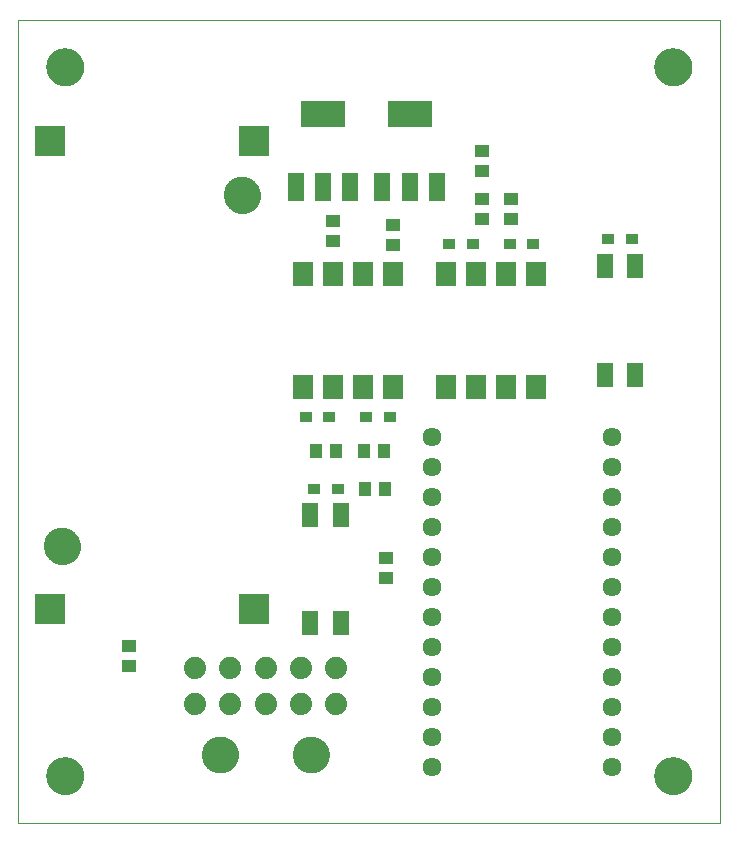
<source format=gts>
G75*
%MOIN*%
%OFA0B0*%
%FSLAX25Y25*%
%IPPOS*%
%LPD*%
%AMOC8*
5,1,8,0,0,1.08239X$1,22.5*
%
%ADD10C,0.00000*%
%ADD11C,0.12605*%
%ADD12R,0.04337X0.03550*%
%ADD13R,0.05200X0.09200*%
%ADD14R,0.14573X0.09061*%
%ADD15C,0.07400*%
%ADD16C,0.12211*%
%ADD17R,0.10243X0.10243*%
%ADD18C,0.06337*%
%ADD19R,0.05518X0.08274*%
%ADD20R,0.04731X0.04337*%
%ADD21R,0.06699X0.08274*%
%ADD22R,0.04337X0.04731*%
D10*
X0001500Y0001500D02*
X0001500Y0269217D01*
X0235752Y0269217D01*
X0235752Y0001500D01*
X0001500Y0001500D01*
X0011146Y0017248D02*
X0011148Y0017404D01*
X0011154Y0017560D01*
X0011164Y0017715D01*
X0011178Y0017870D01*
X0011196Y0018025D01*
X0011218Y0018179D01*
X0011243Y0018333D01*
X0011273Y0018486D01*
X0011307Y0018638D01*
X0011344Y0018790D01*
X0011385Y0018940D01*
X0011430Y0019089D01*
X0011479Y0019237D01*
X0011532Y0019384D01*
X0011588Y0019529D01*
X0011648Y0019673D01*
X0011712Y0019815D01*
X0011780Y0019956D01*
X0011851Y0020094D01*
X0011925Y0020231D01*
X0012003Y0020366D01*
X0012084Y0020499D01*
X0012169Y0020630D01*
X0012257Y0020759D01*
X0012348Y0020885D01*
X0012443Y0021009D01*
X0012540Y0021130D01*
X0012641Y0021249D01*
X0012745Y0021366D01*
X0012851Y0021479D01*
X0012961Y0021590D01*
X0013073Y0021698D01*
X0013188Y0021803D01*
X0013306Y0021906D01*
X0013426Y0022005D01*
X0013549Y0022101D01*
X0013674Y0022194D01*
X0013801Y0022283D01*
X0013931Y0022370D01*
X0014063Y0022453D01*
X0014197Y0022532D01*
X0014333Y0022609D01*
X0014471Y0022681D01*
X0014610Y0022751D01*
X0014752Y0022816D01*
X0014895Y0022878D01*
X0015039Y0022936D01*
X0015185Y0022991D01*
X0015333Y0023042D01*
X0015481Y0023089D01*
X0015631Y0023132D01*
X0015782Y0023171D01*
X0015934Y0023207D01*
X0016086Y0023238D01*
X0016240Y0023266D01*
X0016394Y0023290D01*
X0016548Y0023310D01*
X0016703Y0023326D01*
X0016859Y0023338D01*
X0017014Y0023346D01*
X0017170Y0023350D01*
X0017326Y0023350D01*
X0017482Y0023346D01*
X0017637Y0023338D01*
X0017793Y0023326D01*
X0017948Y0023310D01*
X0018102Y0023290D01*
X0018256Y0023266D01*
X0018410Y0023238D01*
X0018562Y0023207D01*
X0018714Y0023171D01*
X0018865Y0023132D01*
X0019015Y0023089D01*
X0019163Y0023042D01*
X0019311Y0022991D01*
X0019457Y0022936D01*
X0019601Y0022878D01*
X0019744Y0022816D01*
X0019886Y0022751D01*
X0020025Y0022681D01*
X0020163Y0022609D01*
X0020299Y0022532D01*
X0020433Y0022453D01*
X0020565Y0022370D01*
X0020695Y0022283D01*
X0020822Y0022194D01*
X0020947Y0022101D01*
X0021070Y0022005D01*
X0021190Y0021906D01*
X0021308Y0021803D01*
X0021423Y0021698D01*
X0021535Y0021590D01*
X0021645Y0021479D01*
X0021751Y0021366D01*
X0021855Y0021249D01*
X0021956Y0021130D01*
X0022053Y0021009D01*
X0022148Y0020885D01*
X0022239Y0020759D01*
X0022327Y0020630D01*
X0022412Y0020499D01*
X0022493Y0020366D01*
X0022571Y0020231D01*
X0022645Y0020094D01*
X0022716Y0019956D01*
X0022784Y0019815D01*
X0022848Y0019673D01*
X0022908Y0019529D01*
X0022964Y0019384D01*
X0023017Y0019237D01*
X0023066Y0019089D01*
X0023111Y0018940D01*
X0023152Y0018790D01*
X0023189Y0018638D01*
X0023223Y0018486D01*
X0023253Y0018333D01*
X0023278Y0018179D01*
X0023300Y0018025D01*
X0023318Y0017870D01*
X0023332Y0017715D01*
X0023342Y0017560D01*
X0023348Y0017404D01*
X0023350Y0017248D01*
X0023348Y0017092D01*
X0023342Y0016936D01*
X0023332Y0016781D01*
X0023318Y0016626D01*
X0023300Y0016471D01*
X0023278Y0016317D01*
X0023253Y0016163D01*
X0023223Y0016010D01*
X0023189Y0015858D01*
X0023152Y0015706D01*
X0023111Y0015556D01*
X0023066Y0015407D01*
X0023017Y0015259D01*
X0022964Y0015112D01*
X0022908Y0014967D01*
X0022848Y0014823D01*
X0022784Y0014681D01*
X0022716Y0014540D01*
X0022645Y0014402D01*
X0022571Y0014265D01*
X0022493Y0014130D01*
X0022412Y0013997D01*
X0022327Y0013866D01*
X0022239Y0013737D01*
X0022148Y0013611D01*
X0022053Y0013487D01*
X0021956Y0013366D01*
X0021855Y0013247D01*
X0021751Y0013130D01*
X0021645Y0013017D01*
X0021535Y0012906D01*
X0021423Y0012798D01*
X0021308Y0012693D01*
X0021190Y0012590D01*
X0021070Y0012491D01*
X0020947Y0012395D01*
X0020822Y0012302D01*
X0020695Y0012213D01*
X0020565Y0012126D01*
X0020433Y0012043D01*
X0020299Y0011964D01*
X0020163Y0011887D01*
X0020025Y0011815D01*
X0019886Y0011745D01*
X0019744Y0011680D01*
X0019601Y0011618D01*
X0019457Y0011560D01*
X0019311Y0011505D01*
X0019163Y0011454D01*
X0019015Y0011407D01*
X0018865Y0011364D01*
X0018714Y0011325D01*
X0018562Y0011289D01*
X0018410Y0011258D01*
X0018256Y0011230D01*
X0018102Y0011206D01*
X0017948Y0011186D01*
X0017793Y0011170D01*
X0017637Y0011158D01*
X0017482Y0011150D01*
X0017326Y0011146D01*
X0017170Y0011146D01*
X0017014Y0011150D01*
X0016859Y0011158D01*
X0016703Y0011170D01*
X0016548Y0011186D01*
X0016394Y0011206D01*
X0016240Y0011230D01*
X0016086Y0011258D01*
X0015934Y0011289D01*
X0015782Y0011325D01*
X0015631Y0011364D01*
X0015481Y0011407D01*
X0015333Y0011454D01*
X0015185Y0011505D01*
X0015039Y0011560D01*
X0014895Y0011618D01*
X0014752Y0011680D01*
X0014610Y0011745D01*
X0014471Y0011815D01*
X0014333Y0011887D01*
X0014197Y0011964D01*
X0014063Y0012043D01*
X0013931Y0012126D01*
X0013801Y0012213D01*
X0013674Y0012302D01*
X0013549Y0012395D01*
X0013426Y0012491D01*
X0013306Y0012590D01*
X0013188Y0012693D01*
X0013073Y0012798D01*
X0012961Y0012906D01*
X0012851Y0013017D01*
X0012745Y0013130D01*
X0012641Y0013247D01*
X0012540Y0013366D01*
X0012443Y0013487D01*
X0012348Y0013611D01*
X0012257Y0013737D01*
X0012169Y0013866D01*
X0012084Y0013997D01*
X0012003Y0014130D01*
X0011925Y0014265D01*
X0011851Y0014402D01*
X0011780Y0014540D01*
X0011712Y0014681D01*
X0011648Y0014823D01*
X0011588Y0014967D01*
X0011532Y0015112D01*
X0011479Y0015259D01*
X0011430Y0015407D01*
X0011385Y0015556D01*
X0011344Y0015706D01*
X0011307Y0015858D01*
X0011273Y0016010D01*
X0011243Y0016163D01*
X0011218Y0016317D01*
X0011196Y0016471D01*
X0011178Y0016626D01*
X0011164Y0016781D01*
X0011154Y0016936D01*
X0011148Y0017092D01*
X0011146Y0017248D01*
X0063153Y0024256D02*
X0063155Y0024409D01*
X0063161Y0024563D01*
X0063171Y0024716D01*
X0063185Y0024868D01*
X0063203Y0025021D01*
X0063225Y0025172D01*
X0063250Y0025323D01*
X0063280Y0025474D01*
X0063314Y0025624D01*
X0063351Y0025772D01*
X0063392Y0025920D01*
X0063437Y0026066D01*
X0063486Y0026212D01*
X0063539Y0026356D01*
X0063595Y0026498D01*
X0063655Y0026639D01*
X0063719Y0026779D01*
X0063786Y0026917D01*
X0063857Y0027053D01*
X0063932Y0027187D01*
X0064009Y0027319D01*
X0064091Y0027449D01*
X0064175Y0027577D01*
X0064263Y0027703D01*
X0064354Y0027826D01*
X0064448Y0027947D01*
X0064546Y0028065D01*
X0064646Y0028181D01*
X0064750Y0028294D01*
X0064856Y0028405D01*
X0064965Y0028513D01*
X0065077Y0028618D01*
X0065191Y0028719D01*
X0065309Y0028818D01*
X0065428Y0028914D01*
X0065550Y0029007D01*
X0065675Y0029096D01*
X0065802Y0029183D01*
X0065931Y0029265D01*
X0066062Y0029345D01*
X0066195Y0029421D01*
X0066330Y0029494D01*
X0066467Y0029563D01*
X0066606Y0029628D01*
X0066746Y0029690D01*
X0066888Y0029748D01*
X0067031Y0029803D01*
X0067176Y0029854D01*
X0067322Y0029901D01*
X0067469Y0029944D01*
X0067617Y0029983D01*
X0067766Y0030019D01*
X0067916Y0030050D01*
X0068067Y0030078D01*
X0068218Y0030102D01*
X0068371Y0030122D01*
X0068523Y0030138D01*
X0068676Y0030150D01*
X0068829Y0030158D01*
X0068982Y0030162D01*
X0069136Y0030162D01*
X0069289Y0030158D01*
X0069442Y0030150D01*
X0069595Y0030138D01*
X0069747Y0030122D01*
X0069900Y0030102D01*
X0070051Y0030078D01*
X0070202Y0030050D01*
X0070352Y0030019D01*
X0070501Y0029983D01*
X0070649Y0029944D01*
X0070796Y0029901D01*
X0070942Y0029854D01*
X0071087Y0029803D01*
X0071230Y0029748D01*
X0071372Y0029690D01*
X0071512Y0029628D01*
X0071651Y0029563D01*
X0071788Y0029494D01*
X0071923Y0029421D01*
X0072056Y0029345D01*
X0072187Y0029265D01*
X0072316Y0029183D01*
X0072443Y0029096D01*
X0072568Y0029007D01*
X0072690Y0028914D01*
X0072809Y0028818D01*
X0072927Y0028719D01*
X0073041Y0028618D01*
X0073153Y0028513D01*
X0073262Y0028405D01*
X0073368Y0028294D01*
X0073472Y0028181D01*
X0073572Y0028065D01*
X0073670Y0027947D01*
X0073764Y0027826D01*
X0073855Y0027703D01*
X0073943Y0027577D01*
X0074027Y0027449D01*
X0074109Y0027319D01*
X0074186Y0027187D01*
X0074261Y0027053D01*
X0074332Y0026917D01*
X0074399Y0026779D01*
X0074463Y0026639D01*
X0074523Y0026498D01*
X0074579Y0026356D01*
X0074632Y0026212D01*
X0074681Y0026066D01*
X0074726Y0025920D01*
X0074767Y0025772D01*
X0074804Y0025624D01*
X0074838Y0025474D01*
X0074868Y0025323D01*
X0074893Y0025172D01*
X0074915Y0025021D01*
X0074933Y0024868D01*
X0074947Y0024716D01*
X0074957Y0024563D01*
X0074963Y0024409D01*
X0074965Y0024256D01*
X0074963Y0024103D01*
X0074957Y0023949D01*
X0074947Y0023796D01*
X0074933Y0023644D01*
X0074915Y0023491D01*
X0074893Y0023340D01*
X0074868Y0023189D01*
X0074838Y0023038D01*
X0074804Y0022888D01*
X0074767Y0022740D01*
X0074726Y0022592D01*
X0074681Y0022446D01*
X0074632Y0022300D01*
X0074579Y0022156D01*
X0074523Y0022014D01*
X0074463Y0021873D01*
X0074399Y0021733D01*
X0074332Y0021595D01*
X0074261Y0021459D01*
X0074186Y0021325D01*
X0074109Y0021193D01*
X0074027Y0021063D01*
X0073943Y0020935D01*
X0073855Y0020809D01*
X0073764Y0020686D01*
X0073670Y0020565D01*
X0073572Y0020447D01*
X0073472Y0020331D01*
X0073368Y0020218D01*
X0073262Y0020107D01*
X0073153Y0019999D01*
X0073041Y0019894D01*
X0072927Y0019793D01*
X0072809Y0019694D01*
X0072690Y0019598D01*
X0072568Y0019505D01*
X0072443Y0019416D01*
X0072316Y0019329D01*
X0072187Y0019247D01*
X0072056Y0019167D01*
X0071923Y0019091D01*
X0071788Y0019018D01*
X0071651Y0018949D01*
X0071512Y0018884D01*
X0071372Y0018822D01*
X0071230Y0018764D01*
X0071087Y0018709D01*
X0070942Y0018658D01*
X0070796Y0018611D01*
X0070649Y0018568D01*
X0070501Y0018529D01*
X0070352Y0018493D01*
X0070202Y0018462D01*
X0070051Y0018434D01*
X0069900Y0018410D01*
X0069747Y0018390D01*
X0069595Y0018374D01*
X0069442Y0018362D01*
X0069289Y0018354D01*
X0069136Y0018350D01*
X0068982Y0018350D01*
X0068829Y0018354D01*
X0068676Y0018362D01*
X0068523Y0018374D01*
X0068371Y0018390D01*
X0068218Y0018410D01*
X0068067Y0018434D01*
X0067916Y0018462D01*
X0067766Y0018493D01*
X0067617Y0018529D01*
X0067469Y0018568D01*
X0067322Y0018611D01*
X0067176Y0018658D01*
X0067031Y0018709D01*
X0066888Y0018764D01*
X0066746Y0018822D01*
X0066606Y0018884D01*
X0066467Y0018949D01*
X0066330Y0019018D01*
X0066195Y0019091D01*
X0066062Y0019167D01*
X0065931Y0019247D01*
X0065802Y0019329D01*
X0065675Y0019416D01*
X0065550Y0019505D01*
X0065428Y0019598D01*
X0065309Y0019694D01*
X0065191Y0019793D01*
X0065077Y0019894D01*
X0064965Y0019999D01*
X0064856Y0020107D01*
X0064750Y0020218D01*
X0064646Y0020331D01*
X0064546Y0020447D01*
X0064448Y0020565D01*
X0064354Y0020686D01*
X0064263Y0020809D01*
X0064175Y0020935D01*
X0064091Y0021063D01*
X0064009Y0021193D01*
X0063932Y0021325D01*
X0063857Y0021459D01*
X0063786Y0021595D01*
X0063719Y0021733D01*
X0063655Y0021873D01*
X0063595Y0022014D01*
X0063539Y0022156D01*
X0063486Y0022300D01*
X0063437Y0022446D01*
X0063392Y0022592D01*
X0063351Y0022740D01*
X0063314Y0022888D01*
X0063280Y0023038D01*
X0063250Y0023189D01*
X0063225Y0023340D01*
X0063203Y0023491D01*
X0063185Y0023644D01*
X0063171Y0023796D01*
X0063161Y0023949D01*
X0063155Y0024103D01*
X0063153Y0024256D01*
X0093389Y0024256D02*
X0093391Y0024409D01*
X0093397Y0024563D01*
X0093407Y0024716D01*
X0093421Y0024868D01*
X0093439Y0025021D01*
X0093461Y0025172D01*
X0093486Y0025323D01*
X0093516Y0025474D01*
X0093550Y0025624D01*
X0093587Y0025772D01*
X0093628Y0025920D01*
X0093673Y0026066D01*
X0093722Y0026212D01*
X0093775Y0026356D01*
X0093831Y0026498D01*
X0093891Y0026639D01*
X0093955Y0026779D01*
X0094022Y0026917D01*
X0094093Y0027053D01*
X0094168Y0027187D01*
X0094245Y0027319D01*
X0094327Y0027449D01*
X0094411Y0027577D01*
X0094499Y0027703D01*
X0094590Y0027826D01*
X0094684Y0027947D01*
X0094782Y0028065D01*
X0094882Y0028181D01*
X0094986Y0028294D01*
X0095092Y0028405D01*
X0095201Y0028513D01*
X0095313Y0028618D01*
X0095427Y0028719D01*
X0095545Y0028818D01*
X0095664Y0028914D01*
X0095786Y0029007D01*
X0095911Y0029096D01*
X0096038Y0029183D01*
X0096167Y0029265D01*
X0096298Y0029345D01*
X0096431Y0029421D01*
X0096566Y0029494D01*
X0096703Y0029563D01*
X0096842Y0029628D01*
X0096982Y0029690D01*
X0097124Y0029748D01*
X0097267Y0029803D01*
X0097412Y0029854D01*
X0097558Y0029901D01*
X0097705Y0029944D01*
X0097853Y0029983D01*
X0098002Y0030019D01*
X0098152Y0030050D01*
X0098303Y0030078D01*
X0098454Y0030102D01*
X0098607Y0030122D01*
X0098759Y0030138D01*
X0098912Y0030150D01*
X0099065Y0030158D01*
X0099218Y0030162D01*
X0099372Y0030162D01*
X0099525Y0030158D01*
X0099678Y0030150D01*
X0099831Y0030138D01*
X0099983Y0030122D01*
X0100136Y0030102D01*
X0100287Y0030078D01*
X0100438Y0030050D01*
X0100588Y0030019D01*
X0100737Y0029983D01*
X0100885Y0029944D01*
X0101032Y0029901D01*
X0101178Y0029854D01*
X0101323Y0029803D01*
X0101466Y0029748D01*
X0101608Y0029690D01*
X0101748Y0029628D01*
X0101887Y0029563D01*
X0102024Y0029494D01*
X0102159Y0029421D01*
X0102292Y0029345D01*
X0102423Y0029265D01*
X0102552Y0029183D01*
X0102679Y0029096D01*
X0102804Y0029007D01*
X0102926Y0028914D01*
X0103045Y0028818D01*
X0103163Y0028719D01*
X0103277Y0028618D01*
X0103389Y0028513D01*
X0103498Y0028405D01*
X0103604Y0028294D01*
X0103708Y0028181D01*
X0103808Y0028065D01*
X0103906Y0027947D01*
X0104000Y0027826D01*
X0104091Y0027703D01*
X0104179Y0027577D01*
X0104263Y0027449D01*
X0104345Y0027319D01*
X0104422Y0027187D01*
X0104497Y0027053D01*
X0104568Y0026917D01*
X0104635Y0026779D01*
X0104699Y0026639D01*
X0104759Y0026498D01*
X0104815Y0026356D01*
X0104868Y0026212D01*
X0104917Y0026066D01*
X0104962Y0025920D01*
X0105003Y0025772D01*
X0105040Y0025624D01*
X0105074Y0025474D01*
X0105104Y0025323D01*
X0105129Y0025172D01*
X0105151Y0025021D01*
X0105169Y0024868D01*
X0105183Y0024716D01*
X0105193Y0024563D01*
X0105199Y0024409D01*
X0105201Y0024256D01*
X0105199Y0024103D01*
X0105193Y0023949D01*
X0105183Y0023796D01*
X0105169Y0023644D01*
X0105151Y0023491D01*
X0105129Y0023340D01*
X0105104Y0023189D01*
X0105074Y0023038D01*
X0105040Y0022888D01*
X0105003Y0022740D01*
X0104962Y0022592D01*
X0104917Y0022446D01*
X0104868Y0022300D01*
X0104815Y0022156D01*
X0104759Y0022014D01*
X0104699Y0021873D01*
X0104635Y0021733D01*
X0104568Y0021595D01*
X0104497Y0021459D01*
X0104422Y0021325D01*
X0104345Y0021193D01*
X0104263Y0021063D01*
X0104179Y0020935D01*
X0104091Y0020809D01*
X0104000Y0020686D01*
X0103906Y0020565D01*
X0103808Y0020447D01*
X0103708Y0020331D01*
X0103604Y0020218D01*
X0103498Y0020107D01*
X0103389Y0019999D01*
X0103277Y0019894D01*
X0103163Y0019793D01*
X0103045Y0019694D01*
X0102926Y0019598D01*
X0102804Y0019505D01*
X0102679Y0019416D01*
X0102552Y0019329D01*
X0102423Y0019247D01*
X0102292Y0019167D01*
X0102159Y0019091D01*
X0102024Y0019018D01*
X0101887Y0018949D01*
X0101748Y0018884D01*
X0101608Y0018822D01*
X0101466Y0018764D01*
X0101323Y0018709D01*
X0101178Y0018658D01*
X0101032Y0018611D01*
X0100885Y0018568D01*
X0100737Y0018529D01*
X0100588Y0018493D01*
X0100438Y0018462D01*
X0100287Y0018434D01*
X0100136Y0018410D01*
X0099983Y0018390D01*
X0099831Y0018374D01*
X0099678Y0018362D01*
X0099525Y0018354D01*
X0099372Y0018350D01*
X0099218Y0018350D01*
X0099065Y0018354D01*
X0098912Y0018362D01*
X0098759Y0018374D01*
X0098607Y0018390D01*
X0098454Y0018410D01*
X0098303Y0018434D01*
X0098152Y0018462D01*
X0098002Y0018493D01*
X0097853Y0018529D01*
X0097705Y0018568D01*
X0097558Y0018611D01*
X0097412Y0018658D01*
X0097267Y0018709D01*
X0097124Y0018764D01*
X0096982Y0018822D01*
X0096842Y0018884D01*
X0096703Y0018949D01*
X0096566Y0019018D01*
X0096431Y0019091D01*
X0096298Y0019167D01*
X0096167Y0019247D01*
X0096038Y0019329D01*
X0095911Y0019416D01*
X0095786Y0019505D01*
X0095664Y0019598D01*
X0095545Y0019694D01*
X0095427Y0019793D01*
X0095313Y0019894D01*
X0095201Y0019999D01*
X0095092Y0020107D01*
X0094986Y0020218D01*
X0094882Y0020331D01*
X0094782Y0020447D01*
X0094684Y0020565D01*
X0094590Y0020686D01*
X0094499Y0020809D01*
X0094411Y0020935D01*
X0094327Y0021063D01*
X0094245Y0021193D01*
X0094168Y0021325D01*
X0094093Y0021459D01*
X0094022Y0021595D01*
X0093955Y0021733D01*
X0093891Y0021873D01*
X0093831Y0022014D01*
X0093775Y0022156D01*
X0093722Y0022300D01*
X0093673Y0022446D01*
X0093628Y0022592D01*
X0093587Y0022740D01*
X0093550Y0022888D01*
X0093516Y0023038D01*
X0093486Y0023189D01*
X0093461Y0023340D01*
X0093439Y0023491D01*
X0093421Y0023644D01*
X0093407Y0023796D01*
X0093397Y0023949D01*
X0093391Y0024103D01*
X0093389Y0024256D01*
X0010476Y0093713D02*
X0010478Y0093866D01*
X0010484Y0094020D01*
X0010494Y0094173D01*
X0010508Y0094325D01*
X0010526Y0094478D01*
X0010548Y0094629D01*
X0010573Y0094780D01*
X0010603Y0094931D01*
X0010637Y0095081D01*
X0010674Y0095229D01*
X0010715Y0095377D01*
X0010760Y0095523D01*
X0010809Y0095669D01*
X0010862Y0095813D01*
X0010918Y0095955D01*
X0010978Y0096096D01*
X0011042Y0096236D01*
X0011109Y0096374D01*
X0011180Y0096510D01*
X0011255Y0096644D01*
X0011332Y0096776D01*
X0011414Y0096906D01*
X0011498Y0097034D01*
X0011586Y0097160D01*
X0011677Y0097283D01*
X0011771Y0097404D01*
X0011869Y0097522D01*
X0011969Y0097638D01*
X0012073Y0097751D01*
X0012179Y0097862D01*
X0012288Y0097970D01*
X0012400Y0098075D01*
X0012514Y0098176D01*
X0012632Y0098275D01*
X0012751Y0098371D01*
X0012873Y0098464D01*
X0012998Y0098553D01*
X0013125Y0098640D01*
X0013254Y0098722D01*
X0013385Y0098802D01*
X0013518Y0098878D01*
X0013653Y0098951D01*
X0013790Y0099020D01*
X0013929Y0099085D01*
X0014069Y0099147D01*
X0014211Y0099205D01*
X0014354Y0099260D01*
X0014499Y0099311D01*
X0014645Y0099358D01*
X0014792Y0099401D01*
X0014940Y0099440D01*
X0015089Y0099476D01*
X0015239Y0099507D01*
X0015390Y0099535D01*
X0015541Y0099559D01*
X0015694Y0099579D01*
X0015846Y0099595D01*
X0015999Y0099607D01*
X0016152Y0099615D01*
X0016305Y0099619D01*
X0016459Y0099619D01*
X0016612Y0099615D01*
X0016765Y0099607D01*
X0016918Y0099595D01*
X0017070Y0099579D01*
X0017223Y0099559D01*
X0017374Y0099535D01*
X0017525Y0099507D01*
X0017675Y0099476D01*
X0017824Y0099440D01*
X0017972Y0099401D01*
X0018119Y0099358D01*
X0018265Y0099311D01*
X0018410Y0099260D01*
X0018553Y0099205D01*
X0018695Y0099147D01*
X0018835Y0099085D01*
X0018974Y0099020D01*
X0019111Y0098951D01*
X0019246Y0098878D01*
X0019379Y0098802D01*
X0019510Y0098722D01*
X0019639Y0098640D01*
X0019766Y0098553D01*
X0019891Y0098464D01*
X0020013Y0098371D01*
X0020132Y0098275D01*
X0020250Y0098176D01*
X0020364Y0098075D01*
X0020476Y0097970D01*
X0020585Y0097862D01*
X0020691Y0097751D01*
X0020795Y0097638D01*
X0020895Y0097522D01*
X0020993Y0097404D01*
X0021087Y0097283D01*
X0021178Y0097160D01*
X0021266Y0097034D01*
X0021350Y0096906D01*
X0021432Y0096776D01*
X0021509Y0096644D01*
X0021584Y0096510D01*
X0021655Y0096374D01*
X0021722Y0096236D01*
X0021786Y0096096D01*
X0021846Y0095955D01*
X0021902Y0095813D01*
X0021955Y0095669D01*
X0022004Y0095523D01*
X0022049Y0095377D01*
X0022090Y0095229D01*
X0022127Y0095081D01*
X0022161Y0094931D01*
X0022191Y0094780D01*
X0022216Y0094629D01*
X0022238Y0094478D01*
X0022256Y0094325D01*
X0022270Y0094173D01*
X0022280Y0094020D01*
X0022286Y0093866D01*
X0022288Y0093713D01*
X0022286Y0093560D01*
X0022280Y0093406D01*
X0022270Y0093253D01*
X0022256Y0093101D01*
X0022238Y0092948D01*
X0022216Y0092797D01*
X0022191Y0092646D01*
X0022161Y0092495D01*
X0022127Y0092345D01*
X0022090Y0092197D01*
X0022049Y0092049D01*
X0022004Y0091903D01*
X0021955Y0091757D01*
X0021902Y0091613D01*
X0021846Y0091471D01*
X0021786Y0091330D01*
X0021722Y0091190D01*
X0021655Y0091052D01*
X0021584Y0090916D01*
X0021509Y0090782D01*
X0021432Y0090650D01*
X0021350Y0090520D01*
X0021266Y0090392D01*
X0021178Y0090266D01*
X0021087Y0090143D01*
X0020993Y0090022D01*
X0020895Y0089904D01*
X0020795Y0089788D01*
X0020691Y0089675D01*
X0020585Y0089564D01*
X0020476Y0089456D01*
X0020364Y0089351D01*
X0020250Y0089250D01*
X0020132Y0089151D01*
X0020013Y0089055D01*
X0019891Y0088962D01*
X0019766Y0088873D01*
X0019639Y0088786D01*
X0019510Y0088704D01*
X0019379Y0088624D01*
X0019246Y0088548D01*
X0019111Y0088475D01*
X0018974Y0088406D01*
X0018835Y0088341D01*
X0018695Y0088279D01*
X0018553Y0088221D01*
X0018410Y0088166D01*
X0018265Y0088115D01*
X0018119Y0088068D01*
X0017972Y0088025D01*
X0017824Y0087986D01*
X0017675Y0087950D01*
X0017525Y0087919D01*
X0017374Y0087891D01*
X0017223Y0087867D01*
X0017070Y0087847D01*
X0016918Y0087831D01*
X0016765Y0087819D01*
X0016612Y0087811D01*
X0016459Y0087807D01*
X0016305Y0087807D01*
X0016152Y0087811D01*
X0015999Y0087819D01*
X0015846Y0087831D01*
X0015694Y0087847D01*
X0015541Y0087867D01*
X0015390Y0087891D01*
X0015239Y0087919D01*
X0015089Y0087950D01*
X0014940Y0087986D01*
X0014792Y0088025D01*
X0014645Y0088068D01*
X0014499Y0088115D01*
X0014354Y0088166D01*
X0014211Y0088221D01*
X0014069Y0088279D01*
X0013929Y0088341D01*
X0013790Y0088406D01*
X0013653Y0088475D01*
X0013518Y0088548D01*
X0013385Y0088624D01*
X0013254Y0088704D01*
X0013125Y0088786D01*
X0012998Y0088873D01*
X0012873Y0088962D01*
X0012751Y0089055D01*
X0012632Y0089151D01*
X0012514Y0089250D01*
X0012400Y0089351D01*
X0012288Y0089456D01*
X0012179Y0089564D01*
X0012073Y0089675D01*
X0011969Y0089788D01*
X0011869Y0089904D01*
X0011771Y0090022D01*
X0011677Y0090143D01*
X0011586Y0090266D01*
X0011498Y0090392D01*
X0011414Y0090520D01*
X0011332Y0090650D01*
X0011255Y0090782D01*
X0011180Y0090916D01*
X0011109Y0091052D01*
X0011042Y0091190D01*
X0010978Y0091330D01*
X0010918Y0091471D01*
X0010862Y0091613D01*
X0010809Y0091757D01*
X0010760Y0091903D01*
X0010715Y0092049D01*
X0010674Y0092197D01*
X0010637Y0092345D01*
X0010603Y0092495D01*
X0010573Y0092646D01*
X0010548Y0092797D01*
X0010526Y0092948D01*
X0010508Y0093101D01*
X0010494Y0093253D01*
X0010484Y0093406D01*
X0010478Y0093560D01*
X0010476Y0093713D01*
X0070476Y0210713D02*
X0070478Y0210866D01*
X0070484Y0211020D01*
X0070494Y0211173D01*
X0070508Y0211325D01*
X0070526Y0211478D01*
X0070548Y0211629D01*
X0070573Y0211780D01*
X0070603Y0211931D01*
X0070637Y0212081D01*
X0070674Y0212229D01*
X0070715Y0212377D01*
X0070760Y0212523D01*
X0070809Y0212669D01*
X0070862Y0212813D01*
X0070918Y0212955D01*
X0070978Y0213096D01*
X0071042Y0213236D01*
X0071109Y0213374D01*
X0071180Y0213510D01*
X0071255Y0213644D01*
X0071332Y0213776D01*
X0071414Y0213906D01*
X0071498Y0214034D01*
X0071586Y0214160D01*
X0071677Y0214283D01*
X0071771Y0214404D01*
X0071869Y0214522D01*
X0071969Y0214638D01*
X0072073Y0214751D01*
X0072179Y0214862D01*
X0072288Y0214970D01*
X0072400Y0215075D01*
X0072514Y0215176D01*
X0072632Y0215275D01*
X0072751Y0215371D01*
X0072873Y0215464D01*
X0072998Y0215553D01*
X0073125Y0215640D01*
X0073254Y0215722D01*
X0073385Y0215802D01*
X0073518Y0215878D01*
X0073653Y0215951D01*
X0073790Y0216020D01*
X0073929Y0216085D01*
X0074069Y0216147D01*
X0074211Y0216205D01*
X0074354Y0216260D01*
X0074499Y0216311D01*
X0074645Y0216358D01*
X0074792Y0216401D01*
X0074940Y0216440D01*
X0075089Y0216476D01*
X0075239Y0216507D01*
X0075390Y0216535D01*
X0075541Y0216559D01*
X0075694Y0216579D01*
X0075846Y0216595D01*
X0075999Y0216607D01*
X0076152Y0216615D01*
X0076305Y0216619D01*
X0076459Y0216619D01*
X0076612Y0216615D01*
X0076765Y0216607D01*
X0076918Y0216595D01*
X0077070Y0216579D01*
X0077223Y0216559D01*
X0077374Y0216535D01*
X0077525Y0216507D01*
X0077675Y0216476D01*
X0077824Y0216440D01*
X0077972Y0216401D01*
X0078119Y0216358D01*
X0078265Y0216311D01*
X0078410Y0216260D01*
X0078553Y0216205D01*
X0078695Y0216147D01*
X0078835Y0216085D01*
X0078974Y0216020D01*
X0079111Y0215951D01*
X0079246Y0215878D01*
X0079379Y0215802D01*
X0079510Y0215722D01*
X0079639Y0215640D01*
X0079766Y0215553D01*
X0079891Y0215464D01*
X0080013Y0215371D01*
X0080132Y0215275D01*
X0080250Y0215176D01*
X0080364Y0215075D01*
X0080476Y0214970D01*
X0080585Y0214862D01*
X0080691Y0214751D01*
X0080795Y0214638D01*
X0080895Y0214522D01*
X0080993Y0214404D01*
X0081087Y0214283D01*
X0081178Y0214160D01*
X0081266Y0214034D01*
X0081350Y0213906D01*
X0081432Y0213776D01*
X0081509Y0213644D01*
X0081584Y0213510D01*
X0081655Y0213374D01*
X0081722Y0213236D01*
X0081786Y0213096D01*
X0081846Y0212955D01*
X0081902Y0212813D01*
X0081955Y0212669D01*
X0082004Y0212523D01*
X0082049Y0212377D01*
X0082090Y0212229D01*
X0082127Y0212081D01*
X0082161Y0211931D01*
X0082191Y0211780D01*
X0082216Y0211629D01*
X0082238Y0211478D01*
X0082256Y0211325D01*
X0082270Y0211173D01*
X0082280Y0211020D01*
X0082286Y0210866D01*
X0082288Y0210713D01*
X0082286Y0210560D01*
X0082280Y0210406D01*
X0082270Y0210253D01*
X0082256Y0210101D01*
X0082238Y0209948D01*
X0082216Y0209797D01*
X0082191Y0209646D01*
X0082161Y0209495D01*
X0082127Y0209345D01*
X0082090Y0209197D01*
X0082049Y0209049D01*
X0082004Y0208903D01*
X0081955Y0208757D01*
X0081902Y0208613D01*
X0081846Y0208471D01*
X0081786Y0208330D01*
X0081722Y0208190D01*
X0081655Y0208052D01*
X0081584Y0207916D01*
X0081509Y0207782D01*
X0081432Y0207650D01*
X0081350Y0207520D01*
X0081266Y0207392D01*
X0081178Y0207266D01*
X0081087Y0207143D01*
X0080993Y0207022D01*
X0080895Y0206904D01*
X0080795Y0206788D01*
X0080691Y0206675D01*
X0080585Y0206564D01*
X0080476Y0206456D01*
X0080364Y0206351D01*
X0080250Y0206250D01*
X0080132Y0206151D01*
X0080013Y0206055D01*
X0079891Y0205962D01*
X0079766Y0205873D01*
X0079639Y0205786D01*
X0079510Y0205704D01*
X0079379Y0205624D01*
X0079246Y0205548D01*
X0079111Y0205475D01*
X0078974Y0205406D01*
X0078835Y0205341D01*
X0078695Y0205279D01*
X0078553Y0205221D01*
X0078410Y0205166D01*
X0078265Y0205115D01*
X0078119Y0205068D01*
X0077972Y0205025D01*
X0077824Y0204986D01*
X0077675Y0204950D01*
X0077525Y0204919D01*
X0077374Y0204891D01*
X0077223Y0204867D01*
X0077070Y0204847D01*
X0076918Y0204831D01*
X0076765Y0204819D01*
X0076612Y0204811D01*
X0076459Y0204807D01*
X0076305Y0204807D01*
X0076152Y0204811D01*
X0075999Y0204819D01*
X0075846Y0204831D01*
X0075694Y0204847D01*
X0075541Y0204867D01*
X0075390Y0204891D01*
X0075239Y0204919D01*
X0075089Y0204950D01*
X0074940Y0204986D01*
X0074792Y0205025D01*
X0074645Y0205068D01*
X0074499Y0205115D01*
X0074354Y0205166D01*
X0074211Y0205221D01*
X0074069Y0205279D01*
X0073929Y0205341D01*
X0073790Y0205406D01*
X0073653Y0205475D01*
X0073518Y0205548D01*
X0073385Y0205624D01*
X0073254Y0205704D01*
X0073125Y0205786D01*
X0072998Y0205873D01*
X0072873Y0205962D01*
X0072751Y0206055D01*
X0072632Y0206151D01*
X0072514Y0206250D01*
X0072400Y0206351D01*
X0072288Y0206456D01*
X0072179Y0206564D01*
X0072073Y0206675D01*
X0071969Y0206788D01*
X0071869Y0206904D01*
X0071771Y0207022D01*
X0071677Y0207143D01*
X0071586Y0207266D01*
X0071498Y0207392D01*
X0071414Y0207520D01*
X0071332Y0207650D01*
X0071255Y0207782D01*
X0071180Y0207916D01*
X0071109Y0208052D01*
X0071042Y0208190D01*
X0070978Y0208330D01*
X0070918Y0208471D01*
X0070862Y0208613D01*
X0070809Y0208757D01*
X0070760Y0208903D01*
X0070715Y0209049D01*
X0070674Y0209197D01*
X0070637Y0209345D01*
X0070603Y0209495D01*
X0070573Y0209646D01*
X0070548Y0209797D01*
X0070526Y0209948D01*
X0070508Y0210101D01*
X0070494Y0210253D01*
X0070484Y0210406D01*
X0070478Y0210560D01*
X0070476Y0210713D01*
X0011146Y0253469D02*
X0011148Y0253625D01*
X0011154Y0253781D01*
X0011164Y0253936D01*
X0011178Y0254091D01*
X0011196Y0254246D01*
X0011218Y0254400D01*
X0011243Y0254554D01*
X0011273Y0254707D01*
X0011307Y0254859D01*
X0011344Y0255011D01*
X0011385Y0255161D01*
X0011430Y0255310D01*
X0011479Y0255458D01*
X0011532Y0255605D01*
X0011588Y0255750D01*
X0011648Y0255894D01*
X0011712Y0256036D01*
X0011780Y0256177D01*
X0011851Y0256315D01*
X0011925Y0256452D01*
X0012003Y0256587D01*
X0012084Y0256720D01*
X0012169Y0256851D01*
X0012257Y0256980D01*
X0012348Y0257106D01*
X0012443Y0257230D01*
X0012540Y0257351D01*
X0012641Y0257470D01*
X0012745Y0257587D01*
X0012851Y0257700D01*
X0012961Y0257811D01*
X0013073Y0257919D01*
X0013188Y0258024D01*
X0013306Y0258127D01*
X0013426Y0258226D01*
X0013549Y0258322D01*
X0013674Y0258415D01*
X0013801Y0258504D01*
X0013931Y0258591D01*
X0014063Y0258674D01*
X0014197Y0258753D01*
X0014333Y0258830D01*
X0014471Y0258902D01*
X0014610Y0258972D01*
X0014752Y0259037D01*
X0014895Y0259099D01*
X0015039Y0259157D01*
X0015185Y0259212D01*
X0015333Y0259263D01*
X0015481Y0259310D01*
X0015631Y0259353D01*
X0015782Y0259392D01*
X0015934Y0259428D01*
X0016086Y0259459D01*
X0016240Y0259487D01*
X0016394Y0259511D01*
X0016548Y0259531D01*
X0016703Y0259547D01*
X0016859Y0259559D01*
X0017014Y0259567D01*
X0017170Y0259571D01*
X0017326Y0259571D01*
X0017482Y0259567D01*
X0017637Y0259559D01*
X0017793Y0259547D01*
X0017948Y0259531D01*
X0018102Y0259511D01*
X0018256Y0259487D01*
X0018410Y0259459D01*
X0018562Y0259428D01*
X0018714Y0259392D01*
X0018865Y0259353D01*
X0019015Y0259310D01*
X0019163Y0259263D01*
X0019311Y0259212D01*
X0019457Y0259157D01*
X0019601Y0259099D01*
X0019744Y0259037D01*
X0019886Y0258972D01*
X0020025Y0258902D01*
X0020163Y0258830D01*
X0020299Y0258753D01*
X0020433Y0258674D01*
X0020565Y0258591D01*
X0020695Y0258504D01*
X0020822Y0258415D01*
X0020947Y0258322D01*
X0021070Y0258226D01*
X0021190Y0258127D01*
X0021308Y0258024D01*
X0021423Y0257919D01*
X0021535Y0257811D01*
X0021645Y0257700D01*
X0021751Y0257587D01*
X0021855Y0257470D01*
X0021956Y0257351D01*
X0022053Y0257230D01*
X0022148Y0257106D01*
X0022239Y0256980D01*
X0022327Y0256851D01*
X0022412Y0256720D01*
X0022493Y0256587D01*
X0022571Y0256452D01*
X0022645Y0256315D01*
X0022716Y0256177D01*
X0022784Y0256036D01*
X0022848Y0255894D01*
X0022908Y0255750D01*
X0022964Y0255605D01*
X0023017Y0255458D01*
X0023066Y0255310D01*
X0023111Y0255161D01*
X0023152Y0255011D01*
X0023189Y0254859D01*
X0023223Y0254707D01*
X0023253Y0254554D01*
X0023278Y0254400D01*
X0023300Y0254246D01*
X0023318Y0254091D01*
X0023332Y0253936D01*
X0023342Y0253781D01*
X0023348Y0253625D01*
X0023350Y0253469D01*
X0023348Y0253313D01*
X0023342Y0253157D01*
X0023332Y0253002D01*
X0023318Y0252847D01*
X0023300Y0252692D01*
X0023278Y0252538D01*
X0023253Y0252384D01*
X0023223Y0252231D01*
X0023189Y0252079D01*
X0023152Y0251927D01*
X0023111Y0251777D01*
X0023066Y0251628D01*
X0023017Y0251480D01*
X0022964Y0251333D01*
X0022908Y0251188D01*
X0022848Y0251044D01*
X0022784Y0250902D01*
X0022716Y0250761D01*
X0022645Y0250623D01*
X0022571Y0250486D01*
X0022493Y0250351D01*
X0022412Y0250218D01*
X0022327Y0250087D01*
X0022239Y0249958D01*
X0022148Y0249832D01*
X0022053Y0249708D01*
X0021956Y0249587D01*
X0021855Y0249468D01*
X0021751Y0249351D01*
X0021645Y0249238D01*
X0021535Y0249127D01*
X0021423Y0249019D01*
X0021308Y0248914D01*
X0021190Y0248811D01*
X0021070Y0248712D01*
X0020947Y0248616D01*
X0020822Y0248523D01*
X0020695Y0248434D01*
X0020565Y0248347D01*
X0020433Y0248264D01*
X0020299Y0248185D01*
X0020163Y0248108D01*
X0020025Y0248036D01*
X0019886Y0247966D01*
X0019744Y0247901D01*
X0019601Y0247839D01*
X0019457Y0247781D01*
X0019311Y0247726D01*
X0019163Y0247675D01*
X0019015Y0247628D01*
X0018865Y0247585D01*
X0018714Y0247546D01*
X0018562Y0247510D01*
X0018410Y0247479D01*
X0018256Y0247451D01*
X0018102Y0247427D01*
X0017948Y0247407D01*
X0017793Y0247391D01*
X0017637Y0247379D01*
X0017482Y0247371D01*
X0017326Y0247367D01*
X0017170Y0247367D01*
X0017014Y0247371D01*
X0016859Y0247379D01*
X0016703Y0247391D01*
X0016548Y0247407D01*
X0016394Y0247427D01*
X0016240Y0247451D01*
X0016086Y0247479D01*
X0015934Y0247510D01*
X0015782Y0247546D01*
X0015631Y0247585D01*
X0015481Y0247628D01*
X0015333Y0247675D01*
X0015185Y0247726D01*
X0015039Y0247781D01*
X0014895Y0247839D01*
X0014752Y0247901D01*
X0014610Y0247966D01*
X0014471Y0248036D01*
X0014333Y0248108D01*
X0014197Y0248185D01*
X0014063Y0248264D01*
X0013931Y0248347D01*
X0013801Y0248434D01*
X0013674Y0248523D01*
X0013549Y0248616D01*
X0013426Y0248712D01*
X0013306Y0248811D01*
X0013188Y0248914D01*
X0013073Y0249019D01*
X0012961Y0249127D01*
X0012851Y0249238D01*
X0012745Y0249351D01*
X0012641Y0249468D01*
X0012540Y0249587D01*
X0012443Y0249708D01*
X0012348Y0249832D01*
X0012257Y0249958D01*
X0012169Y0250087D01*
X0012084Y0250218D01*
X0012003Y0250351D01*
X0011925Y0250486D01*
X0011851Y0250623D01*
X0011780Y0250761D01*
X0011712Y0250902D01*
X0011648Y0251044D01*
X0011588Y0251188D01*
X0011532Y0251333D01*
X0011479Y0251480D01*
X0011430Y0251628D01*
X0011385Y0251777D01*
X0011344Y0251927D01*
X0011307Y0252079D01*
X0011273Y0252231D01*
X0011243Y0252384D01*
X0011218Y0252538D01*
X0011196Y0252692D01*
X0011178Y0252847D01*
X0011164Y0253002D01*
X0011154Y0253157D01*
X0011148Y0253313D01*
X0011146Y0253469D01*
X0213902Y0253469D02*
X0213904Y0253625D01*
X0213910Y0253781D01*
X0213920Y0253936D01*
X0213934Y0254091D01*
X0213952Y0254246D01*
X0213974Y0254400D01*
X0213999Y0254554D01*
X0214029Y0254707D01*
X0214063Y0254859D01*
X0214100Y0255011D01*
X0214141Y0255161D01*
X0214186Y0255310D01*
X0214235Y0255458D01*
X0214288Y0255605D01*
X0214344Y0255750D01*
X0214404Y0255894D01*
X0214468Y0256036D01*
X0214536Y0256177D01*
X0214607Y0256315D01*
X0214681Y0256452D01*
X0214759Y0256587D01*
X0214840Y0256720D01*
X0214925Y0256851D01*
X0215013Y0256980D01*
X0215104Y0257106D01*
X0215199Y0257230D01*
X0215296Y0257351D01*
X0215397Y0257470D01*
X0215501Y0257587D01*
X0215607Y0257700D01*
X0215717Y0257811D01*
X0215829Y0257919D01*
X0215944Y0258024D01*
X0216062Y0258127D01*
X0216182Y0258226D01*
X0216305Y0258322D01*
X0216430Y0258415D01*
X0216557Y0258504D01*
X0216687Y0258591D01*
X0216819Y0258674D01*
X0216953Y0258753D01*
X0217089Y0258830D01*
X0217227Y0258902D01*
X0217366Y0258972D01*
X0217508Y0259037D01*
X0217651Y0259099D01*
X0217795Y0259157D01*
X0217941Y0259212D01*
X0218089Y0259263D01*
X0218237Y0259310D01*
X0218387Y0259353D01*
X0218538Y0259392D01*
X0218690Y0259428D01*
X0218842Y0259459D01*
X0218996Y0259487D01*
X0219150Y0259511D01*
X0219304Y0259531D01*
X0219459Y0259547D01*
X0219615Y0259559D01*
X0219770Y0259567D01*
X0219926Y0259571D01*
X0220082Y0259571D01*
X0220238Y0259567D01*
X0220393Y0259559D01*
X0220549Y0259547D01*
X0220704Y0259531D01*
X0220858Y0259511D01*
X0221012Y0259487D01*
X0221166Y0259459D01*
X0221318Y0259428D01*
X0221470Y0259392D01*
X0221621Y0259353D01*
X0221771Y0259310D01*
X0221919Y0259263D01*
X0222067Y0259212D01*
X0222213Y0259157D01*
X0222357Y0259099D01*
X0222500Y0259037D01*
X0222642Y0258972D01*
X0222781Y0258902D01*
X0222919Y0258830D01*
X0223055Y0258753D01*
X0223189Y0258674D01*
X0223321Y0258591D01*
X0223451Y0258504D01*
X0223578Y0258415D01*
X0223703Y0258322D01*
X0223826Y0258226D01*
X0223946Y0258127D01*
X0224064Y0258024D01*
X0224179Y0257919D01*
X0224291Y0257811D01*
X0224401Y0257700D01*
X0224507Y0257587D01*
X0224611Y0257470D01*
X0224712Y0257351D01*
X0224809Y0257230D01*
X0224904Y0257106D01*
X0224995Y0256980D01*
X0225083Y0256851D01*
X0225168Y0256720D01*
X0225249Y0256587D01*
X0225327Y0256452D01*
X0225401Y0256315D01*
X0225472Y0256177D01*
X0225540Y0256036D01*
X0225604Y0255894D01*
X0225664Y0255750D01*
X0225720Y0255605D01*
X0225773Y0255458D01*
X0225822Y0255310D01*
X0225867Y0255161D01*
X0225908Y0255011D01*
X0225945Y0254859D01*
X0225979Y0254707D01*
X0226009Y0254554D01*
X0226034Y0254400D01*
X0226056Y0254246D01*
X0226074Y0254091D01*
X0226088Y0253936D01*
X0226098Y0253781D01*
X0226104Y0253625D01*
X0226106Y0253469D01*
X0226104Y0253313D01*
X0226098Y0253157D01*
X0226088Y0253002D01*
X0226074Y0252847D01*
X0226056Y0252692D01*
X0226034Y0252538D01*
X0226009Y0252384D01*
X0225979Y0252231D01*
X0225945Y0252079D01*
X0225908Y0251927D01*
X0225867Y0251777D01*
X0225822Y0251628D01*
X0225773Y0251480D01*
X0225720Y0251333D01*
X0225664Y0251188D01*
X0225604Y0251044D01*
X0225540Y0250902D01*
X0225472Y0250761D01*
X0225401Y0250623D01*
X0225327Y0250486D01*
X0225249Y0250351D01*
X0225168Y0250218D01*
X0225083Y0250087D01*
X0224995Y0249958D01*
X0224904Y0249832D01*
X0224809Y0249708D01*
X0224712Y0249587D01*
X0224611Y0249468D01*
X0224507Y0249351D01*
X0224401Y0249238D01*
X0224291Y0249127D01*
X0224179Y0249019D01*
X0224064Y0248914D01*
X0223946Y0248811D01*
X0223826Y0248712D01*
X0223703Y0248616D01*
X0223578Y0248523D01*
X0223451Y0248434D01*
X0223321Y0248347D01*
X0223189Y0248264D01*
X0223055Y0248185D01*
X0222919Y0248108D01*
X0222781Y0248036D01*
X0222642Y0247966D01*
X0222500Y0247901D01*
X0222357Y0247839D01*
X0222213Y0247781D01*
X0222067Y0247726D01*
X0221919Y0247675D01*
X0221771Y0247628D01*
X0221621Y0247585D01*
X0221470Y0247546D01*
X0221318Y0247510D01*
X0221166Y0247479D01*
X0221012Y0247451D01*
X0220858Y0247427D01*
X0220704Y0247407D01*
X0220549Y0247391D01*
X0220393Y0247379D01*
X0220238Y0247371D01*
X0220082Y0247367D01*
X0219926Y0247367D01*
X0219770Y0247371D01*
X0219615Y0247379D01*
X0219459Y0247391D01*
X0219304Y0247407D01*
X0219150Y0247427D01*
X0218996Y0247451D01*
X0218842Y0247479D01*
X0218690Y0247510D01*
X0218538Y0247546D01*
X0218387Y0247585D01*
X0218237Y0247628D01*
X0218089Y0247675D01*
X0217941Y0247726D01*
X0217795Y0247781D01*
X0217651Y0247839D01*
X0217508Y0247901D01*
X0217366Y0247966D01*
X0217227Y0248036D01*
X0217089Y0248108D01*
X0216953Y0248185D01*
X0216819Y0248264D01*
X0216687Y0248347D01*
X0216557Y0248434D01*
X0216430Y0248523D01*
X0216305Y0248616D01*
X0216182Y0248712D01*
X0216062Y0248811D01*
X0215944Y0248914D01*
X0215829Y0249019D01*
X0215717Y0249127D01*
X0215607Y0249238D01*
X0215501Y0249351D01*
X0215397Y0249468D01*
X0215296Y0249587D01*
X0215199Y0249708D01*
X0215104Y0249832D01*
X0215013Y0249958D01*
X0214925Y0250087D01*
X0214840Y0250218D01*
X0214759Y0250351D01*
X0214681Y0250486D01*
X0214607Y0250623D01*
X0214536Y0250761D01*
X0214468Y0250902D01*
X0214404Y0251044D01*
X0214344Y0251188D01*
X0214288Y0251333D01*
X0214235Y0251480D01*
X0214186Y0251628D01*
X0214141Y0251777D01*
X0214100Y0251927D01*
X0214063Y0252079D01*
X0214029Y0252231D01*
X0213999Y0252384D01*
X0213974Y0252538D01*
X0213952Y0252692D01*
X0213934Y0252847D01*
X0213920Y0253002D01*
X0213910Y0253157D01*
X0213904Y0253313D01*
X0213902Y0253469D01*
X0213902Y0017248D02*
X0213904Y0017404D01*
X0213910Y0017560D01*
X0213920Y0017715D01*
X0213934Y0017870D01*
X0213952Y0018025D01*
X0213974Y0018179D01*
X0213999Y0018333D01*
X0214029Y0018486D01*
X0214063Y0018638D01*
X0214100Y0018790D01*
X0214141Y0018940D01*
X0214186Y0019089D01*
X0214235Y0019237D01*
X0214288Y0019384D01*
X0214344Y0019529D01*
X0214404Y0019673D01*
X0214468Y0019815D01*
X0214536Y0019956D01*
X0214607Y0020094D01*
X0214681Y0020231D01*
X0214759Y0020366D01*
X0214840Y0020499D01*
X0214925Y0020630D01*
X0215013Y0020759D01*
X0215104Y0020885D01*
X0215199Y0021009D01*
X0215296Y0021130D01*
X0215397Y0021249D01*
X0215501Y0021366D01*
X0215607Y0021479D01*
X0215717Y0021590D01*
X0215829Y0021698D01*
X0215944Y0021803D01*
X0216062Y0021906D01*
X0216182Y0022005D01*
X0216305Y0022101D01*
X0216430Y0022194D01*
X0216557Y0022283D01*
X0216687Y0022370D01*
X0216819Y0022453D01*
X0216953Y0022532D01*
X0217089Y0022609D01*
X0217227Y0022681D01*
X0217366Y0022751D01*
X0217508Y0022816D01*
X0217651Y0022878D01*
X0217795Y0022936D01*
X0217941Y0022991D01*
X0218089Y0023042D01*
X0218237Y0023089D01*
X0218387Y0023132D01*
X0218538Y0023171D01*
X0218690Y0023207D01*
X0218842Y0023238D01*
X0218996Y0023266D01*
X0219150Y0023290D01*
X0219304Y0023310D01*
X0219459Y0023326D01*
X0219615Y0023338D01*
X0219770Y0023346D01*
X0219926Y0023350D01*
X0220082Y0023350D01*
X0220238Y0023346D01*
X0220393Y0023338D01*
X0220549Y0023326D01*
X0220704Y0023310D01*
X0220858Y0023290D01*
X0221012Y0023266D01*
X0221166Y0023238D01*
X0221318Y0023207D01*
X0221470Y0023171D01*
X0221621Y0023132D01*
X0221771Y0023089D01*
X0221919Y0023042D01*
X0222067Y0022991D01*
X0222213Y0022936D01*
X0222357Y0022878D01*
X0222500Y0022816D01*
X0222642Y0022751D01*
X0222781Y0022681D01*
X0222919Y0022609D01*
X0223055Y0022532D01*
X0223189Y0022453D01*
X0223321Y0022370D01*
X0223451Y0022283D01*
X0223578Y0022194D01*
X0223703Y0022101D01*
X0223826Y0022005D01*
X0223946Y0021906D01*
X0224064Y0021803D01*
X0224179Y0021698D01*
X0224291Y0021590D01*
X0224401Y0021479D01*
X0224507Y0021366D01*
X0224611Y0021249D01*
X0224712Y0021130D01*
X0224809Y0021009D01*
X0224904Y0020885D01*
X0224995Y0020759D01*
X0225083Y0020630D01*
X0225168Y0020499D01*
X0225249Y0020366D01*
X0225327Y0020231D01*
X0225401Y0020094D01*
X0225472Y0019956D01*
X0225540Y0019815D01*
X0225604Y0019673D01*
X0225664Y0019529D01*
X0225720Y0019384D01*
X0225773Y0019237D01*
X0225822Y0019089D01*
X0225867Y0018940D01*
X0225908Y0018790D01*
X0225945Y0018638D01*
X0225979Y0018486D01*
X0226009Y0018333D01*
X0226034Y0018179D01*
X0226056Y0018025D01*
X0226074Y0017870D01*
X0226088Y0017715D01*
X0226098Y0017560D01*
X0226104Y0017404D01*
X0226106Y0017248D01*
X0226104Y0017092D01*
X0226098Y0016936D01*
X0226088Y0016781D01*
X0226074Y0016626D01*
X0226056Y0016471D01*
X0226034Y0016317D01*
X0226009Y0016163D01*
X0225979Y0016010D01*
X0225945Y0015858D01*
X0225908Y0015706D01*
X0225867Y0015556D01*
X0225822Y0015407D01*
X0225773Y0015259D01*
X0225720Y0015112D01*
X0225664Y0014967D01*
X0225604Y0014823D01*
X0225540Y0014681D01*
X0225472Y0014540D01*
X0225401Y0014402D01*
X0225327Y0014265D01*
X0225249Y0014130D01*
X0225168Y0013997D01*
X0225083Y0013866D01*
X0224995Y0013737D01*
X0224904Y0013611D01*
X0224809Y0013487D01*
X0224712Y0013366D01*
X0224611Y0013247D01*
X0224507Y0013130D01*
X0224401Y0013017D01*
X0224291Y0012906D01*
X0224179Y0012798D01*
X0224064Y0012693D01*
X0223946Y0012590D01*
X0223826Y0012491D01*
X0223703Y0012395D01*
X0223578Y0012302D01*
X0223451Y0012213D01*
X0223321Y0012126D01*
X0223189Y0012043D01*
X0223055Y0011964D01*
X0222919Y0011887D01*
X0222781Y0011815D01*
X0222642Y0011745D01*
X0222500Y0011680D01*
X0222357Y0011618D01*
X0222213Y0011560D01*
X0222067Y0011505D01*
X0221919Y0011454D01*
X0221771Y0011407D01*
X0221621Y0011364D01*
X0221470Y0011325D01*
X0221318Y0011289D01*
X0221166Y0011258D01*
X0221012Y0011230D01*
X0220858Y0011206D01*
X0220704Y0011186D01*
X0220549Y0011170D01*
X0220393Y0011158D01*
X0220238Y0011150D01*
X0220082Y0011146D01*
X0219926Y0011146D01*
X0219770Y0011150D01*
X0219615Y0011158D01*
X0219459Y0011170D01*
X0219304Y0011186D01*
X0219150Y0011206D01*
X0218996Y0011230D01*
X0218842Y0011258D01*
X0218690Y0011289D01*
X0218538Y0011325D01*
X0218387Y0011364D01*
X0218237Y0011407D01*
X0218089Y0011454D01*
X0217941Y0011505D01*
X0217795Y0011560D01*
X0217651Y0011618D01*
X0217508Y0011680D01*
X0217366Y0011745D01*
X0217227Y0011815D01*
X0217089Y0011887D01*
X0216953Y0011964D01*
X0216819Y0012043D01*
X0216687Y0012126D01*
X0216557Y0012213D01*
X0216430Y0012302D01*
X0216305Y0012395D01*
X0216182Y0012491D01*
X0216062Y0012590D01*
X0215944Y0012693D01*
X0215829Y0012798D01*
X0215717Y0012906D01*
X0215607Y0013017D01*
X0215501Y0013130D01*
X0215397Y0013247D01*
X0215296Y0013366D01*
X0215199Y0013487D01*
X0215104Y0013611D01*
X0215013Y0013737D01*
X0214925Y0013866D01*
X0214840Y0013997D01*
X0214759Y0014130D01*
X0214681Y0014265D01*
X0214607Y0014402D01*
X0214536Y0014540D01*
X0214468Y0014681D01*
X0214404Y0014823D01*
X0214344Y0014967D01*
X0214288Y0015112D01*
X0214235Y0015259D01*
X0214186Y0015407D01*
X0214141Y0015556D01*
X0214100Y0015706D01*
X0214063Y0015858D01*
X0214029Y0016010D01*
X0213999Y0016163D01*
X0213974Y0016317D01*
X0213952Y0016471D01*
X0213934Y0016626D01*
X0213920Y0016781D01*
X0213910Y0016936D01*
X0213904Y0017092D01*
X0213902Y0017248D01*
D11*
X0220004Y0017248D03*
X0017248Y0017248D03*
X0017248Y0253469D03*
X0220004Y0253469D03*
D12*
X0206264Y0196303D03*
X0198390Y0196303D03*
X0173350Y0194413D03*
X0165476Y0194413D03*
X0153272Y0194413D03*
X0145398Y0194413D03*
X0125516Y0136933D03*
X0117642Y0136933D03*
X0105437Y0136933D03*
X0097563Y0136933D03*
X0100319Y0112917D03*
X0108193Y0112917D03*
D13*
X0112372Y0213513D03*
X0103272Y0213513D03*
X0094172Y0213513D03*
X0123109Y0213513D03*
X0132209Y0213513D03*
X0141309Y0213513D03*
D14*
X0132209Y0237913D03*
X0103272Y0237913D03*
D15*
X0107799Y0053075D03*
X0107799Y0041264D03*
X0095988Y0041264D03*
X0095988Y0053075D03*
X0084177Y0053075D03*
X0084177Y0041264D03*
X0072366Y0041264D03*
X0072366Y0053075D03*
X0060555Y0053075D03*
X0060555Y0041264D03*
D16*
X0069059Y0024256D03*
X0099295Y0024256D03*
X0016382Y0093713D03*
X0076382Y0210713D03*
D17*
X0080382Y0228713D03*
X0012382Y0228713D03*
X0012382Y0072713D03*
X0080382Y0072713D03*
D18*
X0139610Y0070004D03*
X0139610Y0060004D03*
X0139610Y0050004D03*
X0139610Y0040004D03*
X0139610Y0030004D03*
X0139610Y0020004D03*
X0139610Y0080004D03*
X0139610Y0090004D03*
X0139610Y0100004D03*
X0139610Y0110004D03*
X0139610Y0120004D03*
X0139610Y0130004D03*
X0199610Y0130004D03*
X0199610Y0120004D03*
X0199610Y0110004D03*
X0199610Y0100004D03*
X0199610Y0090004D03*
X0199610Y0080004D03*
X0199610Y0070004D03*
X0199610Y0060004D03*
X0199610Y0050004D03*
X0199610Y0040004D03*
X0199610Y0030004D03*
X0199610Y0020004D03*
D19*
X0109177Y0068035D03*
X0099138Y0068035D03*
X0099138Y0104256D03*
X0109177Y0104256D03*
X0197366Y0150909D03*
X0207406Y0150909D03*
X0207406Y0187130D03*
X0197366Y0187130D03*
D20*
X0165870Y0202878D03*
X0165870Y0209571D03*
X0156224Y0209571D03*
X0156224Y0202878D03*
X0156224Y0218823D03*
X0156224Y0225516D03*
X0126697Y0200909D03*
X0126697Y0194217D03*
X0106618Y0195594D03*
X0106618Y0202287D03*
X0124335Y0089689D03*
X0124335Y0082996D03*
X0038508Y0060358D03*
X0038508Y0053665D03*
D21*
X0096736Y0146894D03*
X0106736Y0146894D03*
X0116736Y0146894D03*
X0126736Y0146894D03*
X0144374Y0146894D03*
X0154374Y0146894D03*
X0164374Y0146894D03*
X0174374Y0146894D03*
X0174374Y0184453D03*
X0164374Y0184453D03*
X0154374Y0184453D03*
X0144374Y0184453D03*
X0126736Y0184453D03*
X0116736Y0184453D03*
X0106736Y0184453D03*
X0096736Y0184453D03*
D22*
X0100909Y0125516D03*
X0107602Y0125516D03*
X0117051Y0125516D03*
X0123744Y0125516D03*
X0124138Y0112917D03*
X0117445Y0112917D03*
M02*

</source>
